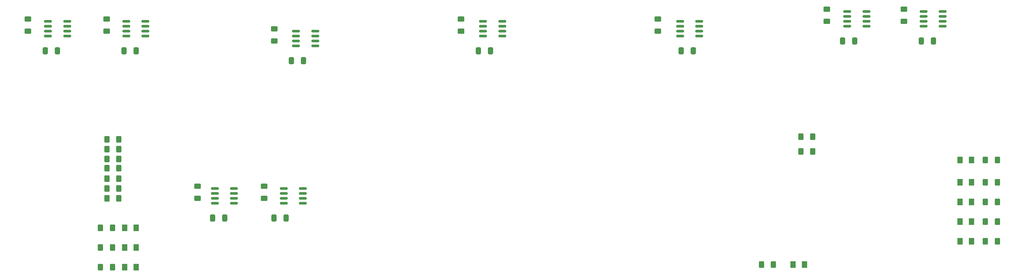
<source format=gtp>
G04 #@! TF.GenerationSoftware,KiCad,Pcbnew,7.0.1*
G04 #@! TF.CreationDate,2023-03-21T23:46:41-06:00*
G04 #@! TF.ProjectId,Arm_PCB,41726d5f-5043-4422-9e6b-696361645f70,rev?*
G04 #@! TF.SameCoordinates,Original*
G04 #@! TF.FileFunction,Paste,Top*
G04 #@! TF.FilePolarity,Positive*
%FSLAX46Y46*%
G04 Gerber Fmt 4.6, Leading zero omitted, Abs format (unit mm)*
G04 Created by KiCad (PCBNEW 7.0.1) date 2023-03-21 23:46:41*
%MOMM*%
%LPD*%
G01*
G04 APERTURE LIST*
G04 Aperture macros list*
%AMRoundRect*
0 Rectangle with rounded corners*
0 $1 Rounding radius*
0 $2 $3 $4 $5 $6 $7 $8 $9 X,Y pos of 4 corners*
0 Add a 4 corners polygon primitive as box body*
4,1,4,$2,$3,$4,$5,$6,$7,$8,$9,$2,$3,0*
0 Add four circle primitives for the rounded corners*
1,1,$1+$1,$2,$3*
1,1,$1+$1,$4,$5*
1,1,$1+$1,$6,$7*
1,1,$1+$1,$8,$9*
0 Add four rect primitives between the rounded corners*
20,1,$1+$1,$2,$3,$4,$5,0*
20,1,$1+$1,$4,$5,$6,$7,0*
20,1,$1+$1,$6,$7,$8,$9,0*
20,1,$1+$1,$8,$9,$2,$3,0*%
G04 Aperture macros list end*
%ADD10RoundRect,0.250000X-0.625000X0.400000X-0.625000X-0.400000X0.625000X-0.400000X0.625000X0.400000X0*%
%ADD11RoundRect,0.250000X-0.412500X-0.650000X0.412500X-0.650000X0.412500X0.650000X-0.412500X0.650000X0*%
%ADD12RoundRect,0.150000X-0.825000X-0.150000X0.825000X-0.150000X0.825000X0.150000X-0.825000X0.150000X0*%
%ADD13RoundRect,0.250001X-0.462499X-0.624999X0.462499X-0.624999X0.462499X0.624999X-0.462499X0.624999X0*%
%ADD14RoundRect,0.250000X-0.400000X-0.625000X0.400000X-0.625000X0.400000X0.625000X-0.400000X0.625000X0*%
G04 APERTURE END LIST*
D10*
X152400000Y-154380000D03*
X152400000Y-157480000D03*
D11*
X301675000Y-116840000D03*
X304800000Y-116840000D03*
D12*
X322580000Y-109220000D03*
X322580000Y-110490000D03*
X322580000Y-111760000D03*
X322580000Y-113030000D03*
X327530000Y-113030000D03*
X327530000Y-111760000D03*
X327530000Y-110490000D03*
X327530000Y-109220000D03*
D13*
X332025000Y-147637500D03*
X335000000Y-147637500D03*
D12*
X96650000Y-111760000D03*
X96650000Y-113030000D03*
X96650000Y-114300000D03*
X96650000Y-115570000D03*
X101600000Y-115570000D03*
X101600000Y-114300000D03*
X101600000Y-113030000D03*
X101600000Y-111760000D03*
D10*
X111760000Y-111200000D03*
X111760000Y-114300000D03*
D12*
X139700000Y-154940000D03*
X139700000Y-156210000D03*
X139700000Y-157480000D03*
X139700000Y-158750000D03*
X144650000Y-158750000D03*
X144650000Y-157480000D03*
X144650000Y-156210000D03*
X144650000Y-154940000D03*
X208915000Y-111760000D03*
X208915000Y-113030000D03*
X208915000Y-114300000D03*
X208915000Y-115570000D03*
X213865000Y-115570000D03*
X213865000Y-114300000D03*
X213865000Y-113030000D03*
X213865000Y-111760000D03*
D14*
X111835000Y-147320000D03*
X114935000Y-147320000D03*
D10*
X91440000Y-111200000D03*
X91440000Y-114300000D03*
D14*
X338530000Y-168592500D03*
X341630000Y-168592500D03*
X338530000Y-158432500D03*
X341630000Y-158432500D03*
D11*
X260057500Y-119380000D03*
X263182500Y-119380000D03*
D10*
X155072500Y-113740000D03*
X155072500Y-116840000D03*
X254000000Y-111200000D03*
X254000000Y-114300000D03*
X297602500Y-108660000D03*
X297602500Y-111760000D03*
D13*
X332025000Y-168592500D03*
X335000000Y-168592500D03*
X116405000Y-165100000D03*
X119380000Y-165100000D03*
X332025000Y-153352500D03*
X335000000Y-153352500D03*
X332025000Y-158432500D03*
X335000000Y-158432500D03*
D12*
X302895000Y-109220000D03*
X302895000Y-110490000D03*
X302895000Y-111760000D03*
X302895000Y-113030000D03*
X307845000Y-113030000D03*
X307845000Y-111760000D03*
X307845000Y-110490000D03*
X307845000Y-109220000D03*
D10*
X203200000Y-111200000D03*
X203200000Y-114300000D03*
D14*
X290920000Y-145415000D03*
X294020000Y-145415000D03*
X111835000Y-157480000D03*
X114935000Y-157480000D03*
D11*
X207695000Y-119380000D03*
X210820000Y-119380000D03*
D14*
X280745000Y-174625000D03*
X283845000Y-174625000D03*
D12*
X259780000Y-111760000D03*
X259780000Y-113030000D03*
X259780000Y-114300000D03*
X259780000Y-115570000D03*
X264730000Y-115570000D03*
X264730000Y-114300000D03*
X264730000Y-113030000D03*
X264730000Y-111760000D03*
D14*
X111835000Y-149740000D03*
X114935000Y-149740000D03*
D10*
X317500000Y-108660000D03*
X317500000Y-111760000D03*
D14*
X338530000Y-163512500D03*
X341630000Y-163512500D03*
X110210000Y-165100000D03*
X113310000Y-165100000D03*
X110210000Y-175260000D03*
X113310000Y-175260000D03*
D13*
X116405000Y-170180000D03*
X119380000Y-170180000D03*
D12*
X157480000Y-154940000D03*
X157480000Y-156210000D03*
X157480000Y-157480000D03*
X157480000Y-158750000D03*
X162430000Y-158750000D03*
X162430000Y-157480000D03*
X162430000Y-156210000D03*
X162430000Y-154940000D03*
D14*
X338530000Y-153352500D03*
X341630000Y-153352500D03*
D13*
X288925000Y-174625000D03*
X291900000Y-174625000D03*
D14*
X338530000Y-147637500D03*
X341630000Y-147637500D03*
D13*
X332025000Y-163512500D03*
X335000000Y-163512500D03*
D11*
X139115000Y-162560000D03*
X142240000Y-162560000D03*
D14*
X290920000Y-141605000D03*
X294020000Y-141605000D03*
D13*
X116405000Y-175260000D03*
X119380000Y-175260000D03*
D14*
X111835000Y-152400000D03*
X114935000Y-152400000D03*
D11*
X154940000Y-162560000D03*
X158065000Y-162560000D03*
D14*
X110210000Y-170180000D03*
X113310000Y-170180000D03*
D11*
X321995000Y-116840000D03*
X325120000Y-116840000D03*
D10*
X135255000Y-154380000D03*
X135255000Y-157480000D03*
D11*
X95935000Y-119380000D03*
X99060000Y-119380000D03*
D14*
X111835000Y-142240000D03*
X114935000Y-142240000D03*
X111835000Y-144780000D03*
X114935000Y-144780000D03*
X111835000Y-154940000D03*
X114935000Y-154940000D03*
D12*
X160655000Y-114300000D03*
X160655000Y-115570000D03*
X160655000Y-116840000D03*
X160655000Y-118110000D03*
X165605000Y-118110000D03*
X165605000Y-116840000D03*
X165605000Y-115570000D03*
X165605000Y-114300000D03*
X116840000Y-111760000D03*
X116840000Y-113030000D03*
X116840000Y-114300000D03*
X116840000Y-115570000D03*
X121790000Y-115570000D03*
X121790000Y-114300000D03*
X121790000Y-113030000D03*
X121790000Y-111760000D03*
D11*
X116255000Y-119380000D03*
X119380000Y-119380000D03*
X159435000Y-121920000D03*
X162560000Y-121920000D03*
M02*

</source>
